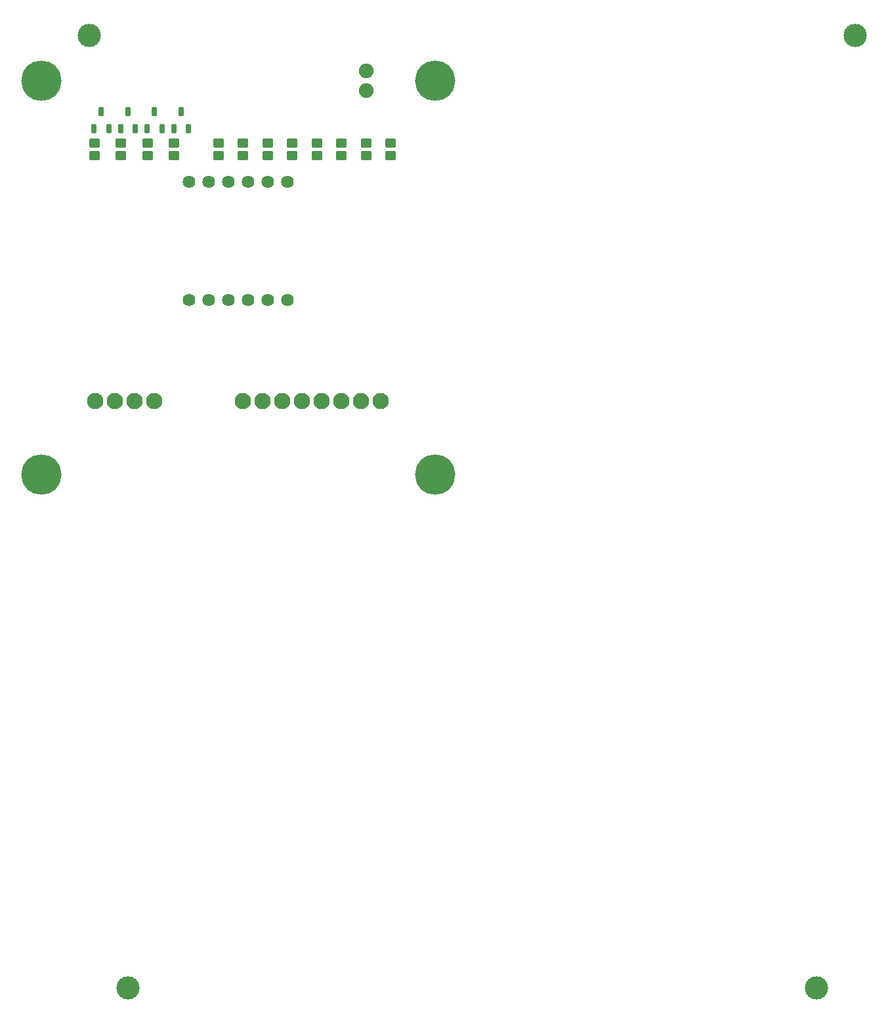
<source format=gts>
G04 Layer: TopSolderMaskLayer*
G04 EasyEDA v6.5.22, 2022-11-24 12:25:33*
G04 d5585ffcc7884e9682782ddcc4f09953,5a6b42c53f6a479593ecc07194224c93,10*
G04 Gerber Generator version 0.2*
G04 Scale: 100 percent, Rotated: No, Reflected: No *
G04 Dimensions in millimeters *
G04 leading zeros omitted , absolute positions ,4 integer and 5 decimal *
%FSLAX45Y45*%
%MOMM*%

%AMMACRO1*1,1,$1,$2,$3*1,1,$1,$4,$5*1,1,$1,0-$2,0-$3*1,1,$1,0-$4,0-$5*20,1,$1,$2,$3,$4,$5,0*20,1,$1,$4,$5,0-$2,0-$3,0*20,1,$1,0-$2,0-$3,0-$4,0-$5,0*20,1,$1,0-$4,0-$5,$2,$3,0*4,1,4,$2,$3,$4,$5,0-$2,0-$3,0-$4,0-$5,$2,$3,0*%
%ADD10MACRO1,0.2032X-0.55X-0.5X-0.55X0.5*%
%ADD11MACRO1,0.1016X-0.266X-0.5188X0.266X-0.5188*%
%ADD12C,5.2032*%
%ADD13C,2.1016*%
%ADD14C,1.9016*%
%ADD15C,1.6256*%
%ADD16C,3.0000*%

%LPD*%
D10*
G01*
X2667000Y4652007D03*
G01*
X2667000Y4492007D03*
G01*
X2984500Y4652007D03*
G01*
X2984500Y4492007D03*
G01*
X3302000Y4652007D03*
G01*
X3302000Y4492007D03*
G01*
X3619500Y4652007D03*
G01*
X3619500Y4492007D03*
G01*
X3937000Y4652007D03*
G01*
X3937000Y4492007D03*
G01*
X4254500Y4652007D03*
G01*
X4254500Y4492007D03*
G01*
X4572000Y4652007D03*
G01*
X4572000Y4492007D03*
G01*
X4889500Y4652007D03*
G01*
X4889500Y4492007D03*
D11*
G01*
X1155700Y5063125D03*
G01*
X1060700Y4842874D03*
G01*
X1250699Y4842874D03*
D10*
G01*
X1066800Y4652007D03*
G01*
X1066800Y4492007D03*
G01*
X1409700Y4652007D03*
G01*
X1409700Y4492007D03*
D11*
G01*
X1498600Y5063125D03*
G01*
X1403600Y4842874D03*
G01*
X1593599Y4842874D03*
D10*
G01*
X1752600Y4652007D03*
G01*
X1752600Y4492007D03*
D11*
G01*
X1841500Y5063125D03*
G01*
X1746500Y4842874D03*
G01*
X1936499Y4842874D03*
D10*
G01*
X2095500Y4652007D03*
G01*
X2095500Y4492007D03*
D11*
G01*
X2184400Y5063125D03*
G01*
X2089400Y4842874D03*
G01*
X2279399Y4842874D03*
D12*
G01*
X381000Y5461000D03*
G01*
X5461000Y5461000D03*
G01*
X5461000Y381000D03*
G01*
X381000Y381000D03*
D13*
G01*
X4759706Y1329893D03*
G01*
X4505706Y1329893D03*
G01*
X4251706Y1329893D03*
G01*
X3997706Y1329893D03*
G01*
X3743706Y1329893D03*
G01*
X3489706Y1329893D03*
G01*
X3235706Y1329893D03*
G01*
X2981706Y1329893D03*
D14*
G01*
X4572000Y5588000D03*
G01*
X4572000Y5334000D03*
D13*
G01*
X1835099Y1329918D03*
G01*
X1581099Y1329918D03*
G01*
X1327099Y1329918D03*
G01*
X1073099Y1329918D03*
D15*
G01*
X3048000Y2628900D03*
G01*
X3302000Y2628900D03*
G01*
X3556000Y2628900D03*
G01*
X2794000Y2628900D03*
G01*
X2540000Y2628900D03*
G01*
X2286000Y2628900D03*
G01*
X2794000Y4152900D03*
G01*
X2540000Y4152900D03*
G01*
X2286000Y4152900D03*
G01*
X3048000Y4152900D03*
G01*
X3302000Y4152900D03*
G01*
X3556000Y4152900D03*
D16*
G01*
X999997Y6041999D03*
G01*
X10884001Y6041999D03*
G01*
X1499996Y-6241999D03*
G01*
X10384002Y-6241999D03*
M02*

</source>
